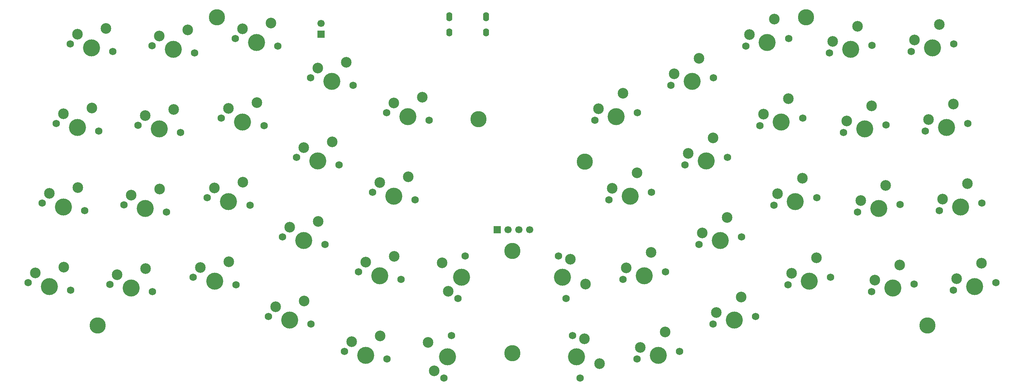
<source format=gbs>
%TF.GenerationSoftware,KiCad,Pcbnew,9.0.1*%
%TF.CreationDate,2025-05-05T23:15:36+01:00*%
%TF.ProjectId,keyboard,6b657962-6f61-4726-942e-6b696361645f,rev?*%
%TF.SameCoordinates,Original*%
%TF.FileFunction,Soldermask,Bot*%
%TF.FilePolarity,Negative*%
%FSLAX46Y46*%
G04 Gerber Fmt 4.6, Leading zero omitted, Abs format (unit mm)*
G04 Created by KiCad (PCBNEW 9.0.1) date 2025-05-05 23:15:36*
%MOMM*%
%LPD*%
G01*
G04 APERTURE LIST*
%ADD10C,1.412000*%
%ADD11C,2.500000*%
%ADD12C,1.750000*%
%ADD13C,4.000000*%
%ADD14C,3.800000*%
%ADD15R,1.700000X1.700000*%
%ADD16C,1.700000*%
G04 APERTURE END LIST*
D10*
%TO.C,U3*%
X143820000Y-47500000D03*
X143820000Y-47900000D03*
X143820000Y-48300000D03*
X143820000Y-51350000D03*
X143820000Y-51850000D03*
X135180000Y-47500000D03*
X135180000Y-47900000D03*
X135180000Y-48300000D03*
X135180000Y-51350000D03*
X135180000Y-51850000D03*
%TD*%
D11*
%TO.C,SW1:1*%
X70390022Y-69708756D03*
X63695427Y-71107502D03*
D12*
X72009301Y-75152646D03*
D13*
X67006478Y-74270513D03*
D12*
X62003655Y-73388380D03*
%TD*%
D14*
%TO.C,H8*%
X80500000Y-48000000D03*
%TD*%
%TO.C,H7*%
X219000000Y-48000000D03*
%TD*%
%TO.C,H6*%
X142000000Y-72000000D03*
%TD*%
%TO.C,H5*%
X167000000Y-82000000D03*
%TD*%
%TO.C,H4*%
X150000000Y-103000000D03*
%TD*%
%TO.C,H3*%
X150000000Y-127000000D03*
%TD*%
%TO.C,H2*%
X52500000Y-120500000D03*
%TD*%
%TO.C,H1*%
X247500000Y-120500000D03*
%TD*%
D12*
%TO.C,SW11:2*%
X250272501Y-93513001D03*
D13*
X255275324Y-92630868D03*
D12*
X260278147Y-91748735D03*
D11*
X251082140Y-90791056D03*
X256894603Y-87186978D03*
%TD*%
D12*
%TO.C,SW6:1*%
X164135770Y-122835969D03*
D13*
X165017903Y-127838792D03*
D12*
X165900036Y-132841615D03*
D11*
X166857715Y-123645608D03*
X170461793Y-129458071D03*
%TD*%
D12*
%TO.C,SW7:2*%
X175948056Y-109664686D03*
D13*
X180950879Y-108782553D03*
D12*
X185953702Y-107900420D03*
D11*
X176757695Y-106942741D03*
X182570158Y-103338663D03*
%TD*%
D12*
%TO.C,SW0:1*%
X42771364Y-73043488D03*
D13*
X47774187Y-73925621D03*
D12*
X52777010Y-74807754D03*
D11*
X44463136Y-70762610D03*
X51157731Y-69363864D03*
%TD*%
D12*
%TO.C,SW10:1*%
X227740894Y-75146546D03*
D13*
X232743717Y-74264413D03*
D12*
X237746540Y-73382280D03*
D11*
X228550533Y-72424601D03*
X234362996Y-68820523D03*
%TD*%
D12*
%TO.C,SW0:2*%
X39472048Y-91754835D03*
D13*
X44474871Y-92636968D03*
D12*
X49477694Y-93519101D03*
D11*
X41163820Y-89473957D03*
X47858415Y-88075211D03*
%TD*%
D12*
%TO.C,SW11:3*%
X253571816Y-112224348D03*
D13*
X258574639Y-111342215D03*
D12*
X263577462Y-110460082D03*
D11*
X254381455Y-109502403D03*
X260193918Y-105898325D03*
%TD*%
D12*
%TO.C,SW8:0*%
X187192532Y-64018637D03*
D13*
X192195355Y-63136504D03*
D12*
X197198178Y-62254371D03*
D11*
X188002171Y-61296692D03*
X193814634Y-57692614D03*
%TD*%
D12*
%TO.C,SW9:1*%
X208161305Y-73521823D03*
D13*
X213164128Y-72639690D03*
D12*
X218166951Y-71757557D03*
D11*
X208970944Y-70799878D03*
X214783407Y-67195800D03*
%TD*%
D12*
%TO.C,SW2:0*%
X84882559Y-53052309D03*
D13*
X89885382Y-53934442D03*
D12*
X94888205Y-54816575D03*
D11*
X86574331Y-50771431D03*
X93268926Y-49372685D03*
%TD*%
D12*
%TO.C,SW0:0*%
X46070679Y-54332140D03*
D13*
X51073502Y-55214273D03*
D12*
X56076325Y-56096406D03*
D11*
X47762451Y-52051262D03*
X54457046Y-50652516D03*
%TD*%
D12*
%TO.C,SW2:1*%
X81583244Y-71763656D03*
D13*
X86586067Y-72645789D03*
D12*
X91588890Y-73527922D03*
D11*
X83275016Y-69482778D03*
X89969611Y-68084032D03*
%TD*%
D12*
%TO.C,SW3:1*%
X99252702Y-80971818D03*
D13*
X104255525Y-81853951D03*
D12*
X109258348Y-82736084D03*
D11*
X100944474Y-78690940D03*
X107639069Y-77292194D03*
%TD*%
D12*
%TO.C,SW8:3*%
X197090478Y-120152679D03*
D13*
X202093301Y-119270546D03*
D12*
X207096124Y-118388413D03*
D11*
X197900117Y-117430734D03*
X203712580Y-113826656D03*
%TD*%
D12*
%TO.C,SW4:2*%
X113796493Y-107906520D03*
D13*
X118799316Y-108788653D03*
D12*
X123802139Y-109670786D03*
D11*
X115488265Y-105625642D03*
X122182860Y-104226896D03*
%TD*%
D12*
%TO.C,SW1:3*%
X55405025Y-110811074D03*
D13*
X60407848Y-111693207D03*
D12*
X65410671Y-112575340D03*
D11*
X57096797Y-108530196D03*
X63791392Y-107131450D03*
%TD*%
D12*
%TO.C,SW1:2*%
X58704340Y-92099727D03*
D13*
X63707163Y-92981860D03*
D12*
X68709986Y-93863993D03*
D11*
X60396112Y-89818849D03*
X67090707Y-88420103D03*
%TD*%
D12*
%TO.C,SW1:0*%
X65302971Y-54677033D03*
D13*
X70305794Y-55559166D03*
D12*
X75308617Y-56441299D03*
D11*
X66994743Y-52396155D03*
X73689338Y-50997409D03*
%TD*%
D12*
%TO.C,SW10:0*%
X224441578Y-56435199D03*
D13*
X229444401Y-55553066D03*
D12*
X234447224Y-54670933D03*
D11*
X225251217Y-53713254D03*
X231063680Y-50109176D03*
%TD*%
D12*
%TO.C,SW5:1*%
X133850159Y-132847715D03*
D13*
X134732292Y-127844892D03*
D12*
X135614425Y-122842069D03*
D11*
X131569281Y-131155943D03*
X130170535Y-124461348D03*
%TD*%
D12*
%TO.C,SW11:1*%
X246973185Y-74801654D03*
D13*
X251976008Y-73919521D03*
D12*
X256978831Y-73037388D03*
D11*
X247782824Y-72079709D03*
X253595287Y-68475631D03*
%TD*%
D12*
%TO.C,SW4:0*%
X120395124Y-70483825D03*
D13*
X125397947Y-71365958D03*
D12*
X130400770Y-72248091D03*
D11*
X122086896Y-68202947D03*
X128781491Y-66804201D03*
%TD*%
D12*
%TO.C,SW10:2*%
X231040209Y-93857893D03*
D13*
X236043032Y-92975760D03*
D12*
X241045855Y-92093627D03*
D11*
X231849848Y-91135948D03*
X237662311Y-87531870D03*
%TD*%
D12*
%TO.C,SW5:0*%
X137149474Y-114136365D03*
D13*
X138031607Y-109133542D03*
D12*
X138913740Y-104130719D03*
D11*
X134868596Y-112444593D03*
X133469850Y-105749998D03*
%TD*%
D12*
%TO.C,SW11:0*%
X243673870Y-56090307D03*
D13*
X248676693Y-55208174D03*
D12*
X253679516Y-54326041D03*
D11*
X244483509Y-53368362D03*
X250295972Y-49764284D03*
%TD*%
D12*
%TO.C,SW3:0*%
X102552017Y-62260471D03*
D13*
X107554840Y-63142604D03*
D12*
X112557663Y-64024737D03*
D11*
X104243789Y-59979593D03*
X110938384Y-58580847D03*
%TD*%
D12*
%TO.C,SW8:1*%
X190491847Y-82729984D03*
D13*
X195494670Y-81847851D03*
D12*
X200497493Y-80965718D03*
D11*
X191301486Y-80008039D03*
X197113949Y-76403961D03*
%TD*%
D12*
%TO.C,SW3:2*%
X95953386Y-99683166D03*
D13*
X100956209Y-100565299D03*
D12*
X105959032Y-101447432D03*
D11*
X97645158Y-97402288D03*
X104339753Y-96003542D03*
%TD*%
D12*
%TO.C,SW8:2*%
X193791163Y-101441332D03*
D13*
X198793986Y-100559199D03*
D12*
X203796809Y-99677066D03*
D11*
X194600802Y-98719387D03*
X200413265Y-95115309D03*
%TD*%
D12*
%TO.C,SW7:3*%
X179247372Y-128376033D03*
D13*
X184250195Y-127493900D03*
D12*
X189253018Y-126611767D03*
D11*
X180057011Y-125654088D03*
X185869474Y-122050010D03*
%TD*%
D12*
%TO.C,SW9:3*%
X214759936Y-110944517D03*
D13*
X219762759Y-110062384D03*
D12*
X224765582Y-109180251D03*
D11*
X215569575Y-108222572D03*
X221382038Y-104618494D03*
%TD*%
D12*
%TO.C,SW2:3*%
X74984613Y-109186351D03*
D13*
X79987436Y-110068484D03*
D12*
X84990259Y-110950617D03*
D11*
X76676385Y-106905473D03*
X83370980Y-105506727D03*
%TD*%
D12*
%TO.C,SW7:1*%
X172648741Y-90953339D03*
D13*
X177651564Y-90071206D03*
D12*
X182654387Y-89189073D03*
D11*
X173458380Y-88231394D03*
X179270843Y-84627316D03*
%TD*%
D12*
%TO.C,SW9:0*%
X204861990Y-54810475D03*
D13*
X209864813Y-53928342D03*
D12*
X214867636Y-53046209D03*
D11*
X205671629Y-52088530D03*
X211484092Y-48484452D03*
%TD*%
D12*
%TO.C,SW3:3*%
X92654071Y-118394513D03*
D13*
X97656894Y-119276646D03*
D12*
X102659717Y-120158779D03*
D11*
X94345843Y-116113635D03*
X101040438Y-114714889D03*
%TD*%
D12*
%TO.C,SW4:3*%
X110497177Y-126617867D03*
D13*
X115500000Y-127500000D03*
D12*
X120502823Y-128382133D03*
D11*
X112188949Y-124336989D03*
X118883544Y-122938243D03*
%TD*%
D12*
%TO.C,SW6:0*%
X160836455Y-104130719D03*
D13*
X161718588Y-109133542D03*
D12*
X162600721Y-114136365D03*
D11*
X163558400Y-104940358D03*
X167162478Y-110752821D03*
%TD*%
D12*
%TO.C,SW9:2*%
X211460621Y-92233170D03*
D13*
X216463444Y-91351037D03*
D12*
X221466267Y-90468904D03*
D11*
X212270260Y-89511225D03*
X218082723Y-85907147D03*
%TD*%
D12*
%TO.C,SW10:3*%
X234339524Y-112569241D03*
D13*
X239342347Y-111687108D03*
D12*
X244345170Y-110804975D03*
D11*
X235149163Y-109847296D03*
X240961626Y-106243218D03*
%TD*%
D12*
%TO.C,SW7:0*%
X169349425Y-72241991D03*
D13*
X174352248Y-71359858D03*
D12*
X179355071Y-70477725D03*
D11*
X170159064Y-69520046D03*
X175971527Y-65915968D03*
%TD*%
D12*
%TO.C,SW0:3*%
X36172733Y-110466182D03*
D13*
X41175556Y-111348315D03*
D12*
X46178379Y-112230448D03*
D11*
X37864505Y-108185304D03*
X44559100Y-106786558D03*
%TD*%
D12*
%TO.C,SW2:2*%
X78283928Y-90475004D03*
D13*
X83286751Y-91357137D03*
D12*
X88289574Y-92239270D03*
D11*
X79975700Y-88194126D03*
X86670295Y-86795380D03*
%TD*%
D12*
%TO.C,SW4:1*%
X117095808Y-89195172D03*
D13*
X122098631Y-90077305D03*
D12*
X127101454Y-90959438D03*
D11*
X118787580Y-86914294D03*
X125482175Y-85515548D03*
%TD*%
D15*
%TO.C,J2*%
X146420000Y-98000000D03*
D16*
X148960000Y-98000000D03*
X151500000Y-98000000D03*
X154040000Y-98000000D03*
%TD*%
D15*
%TO.C,J3*%
X105000000Y-52040000D03*
D16*
X105000000Y-49500000D03*
%TD*%
M02*

</source>
